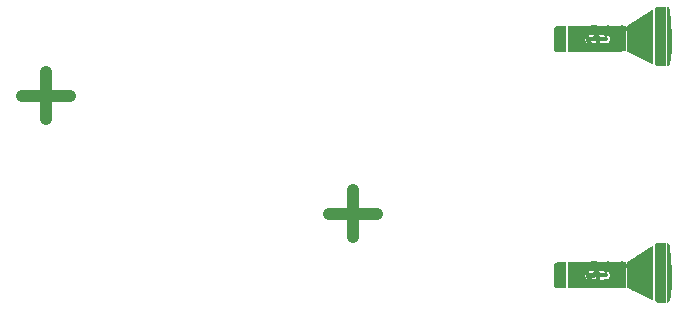
<source format=gto>
G04 #@! TF.GenerationSoftware,KiCad,Pcbnew,8.0.2-1.fc40*
G04 #@! TF.CreationDate,2024-05-26T08:13:30-07:00*
G04 #@! TF.ProjectId,busicard-top,62757369-6361-4726-942d-746f702e6b69,rev?*
G04 #@! TF.SameCoordinates,Original*
G04 #@! TF.FileFunction,Legend,Top*
G04 #@! TF.FilePolarity,Positive*
%FSLAX46Y46*%
G04 Gerber Fmt 4.6, Leading zero omitted, Abs format (unit mm)*
G04 Created by KiCad (PCBNEW 8.0.2-1.fc40) date 2024-05-26 08:13:30*
%MOMM*%
%LPD*%
G01*
G04 APERTURE LIST*
%ADD10C,1.000000*%
%ADD11C,0.300000*%
%ADD12C,0.000000*%
G04 APERTURE END LIST*
D10*
X173000000Y-105000000D02*
X169000000Y-105000000D01*
X147000000Y-95000000D02*
X143000000Y-95000000D01*
X145000000Y-93000000D02*
X145000000Y-97000000D01*
X171000000Y-103000000D02*
X171000000Y-107000000D01*
D11*
X191676873Y-109252757D02*
X191533854Y-109181653D01*
X191533854Y-109181653D02*
X191319569Y-109182139D01*
X191319569Y-109182139D02*
X191105446Y-109254053D01*
X191105446Y-109254053D02*
X190962913Y-109397234D01*
X190962913Y-109397234D02*
X190891809Y-109540253D01*
X190891809Y-109540253D02*
X190821029Y-109826129D01*
X190821029Y-109826129D02*
X190821515Y-110040414D01*
X190821515Y-110040414D02*
X190893592Y-110325965D01*
X190893592Y-110325965D02*
X190965344Y-110468660D01*
X190965344Y-110468660D02*
X191108525Y-110611193D01*
X191108525Y-110611193D02*
X191322972Y-110682135D01*
X191322972Y-110682135D02*
X191465829Y-110681811D01*
X191465829Y-110681811D02*
X191679952Y-110609896D01*
X191679952Y-110609896D02*
X191751218Y-110538306D01*
X191751218Y-110538306D02*
X191750084Y-110038307D01*
X191750084Y-110038307D02*
X191464370Y-110038955D01*
X192605280Y-109179222D02*
X192606090Y-109536363D01*
X192248624Y-109394317D02*
X192606090Y-109536363D01*
X192606090Y-109536363D02*
X192962908Y-109392696D01*
X192392453Y-109822563D02*
X192606090Y-109536363D01*
X192606090Y-109536363D02*
X192821024Y-109821591D01*
X193748134Y-109176628D02*
X193748944Y-109533770D01*
X193391478Y-109391724D02*
X193748944Y-109533770D01*
X193748944Y-109533770D02*
X194105762Y-109390103D01*
X193535307Y-109819970D02*
X193748944Y-109533770D01*
X193748944Y-109533770D02*
X193963878Y-109818998D01*
X194890988Y-109174035D02*
X194891798Y-109531177D01*
X194534332Y-109389131D02*
X194891798Y-109531177D01*
X194891798Y-109531177D02*
X195248616Y-109387510D01*
X194678161Y-109817377D02*
X194891798Y-109531177D01*
X194891798Y-109531177D02*
X195106732Y-109816405D01*
X191676873Y-89252757D02*
X191533854Y-89181653D01*
X191533854Y-89181653D02*
X191319569Y-89182139D01*
X191319569Y-89182139D02*
X191105446Y-89254053D01*
X191105446Y-89254053D02*
X190962913Y-89397234D01*
X190962913Y-89397234D02*
X190891809Y-89540253D01*
X190891809Y-89540253D02*
X190821029Y-89826129D01*
X190821029Y-89826129D02*
X190821515Y-90040414D01*
X190821515Y-90040414D02*
X190893592Y-90325965D01*
X190893592Y-90325965D02*
X190965344Y-90468660D01*
X190965344Y-90468660D02*
X191108525Y-90611193D01*
X191108525Y-90611193D02*
X191322972Y-90682135D01*
X191322972Y-90682135D02*
X191465829Y-90681811D01*
X191465829Y-90681811D02*
X191679952Y-90609896D01*
X191679952Y-90609896D02*
X191751218Y-90538306D01*
X191751218Y-90538306D02*
X191750084Y-90038307D01*
X191750084Y-90038307D02*
X191464370Y-90038955D01*
X192605280Y-89179222D02*
X192606090Y-89536363D01*
X192248624Y-89394317D02*
X192606090Y-89536363D01*
X192606090Y-89536363D02*
X192962908Y-89392696D01*
X192392453Y-89822563D02*
X192606090Y-89536363D01*
X192606090Y-89536363D02*
X192821024Y-89821591D01*
X193748134Y-89176628D02*
X193748944Y-89533770D01*
X193391478Y-89391724D02*
X193748944Y-89533770D01*
X193748944Y-89533770D02*
X194105762Y-89390103D01*
X193535307Y-89819970D02*
X193748944Y-89533770D01*
X193748944Y-89533770D02*
X193963878Y-89818998D01*
X194890988Y-89174035D02*
X194891798Y-89531177D01*
X194534332Y-89389131D02*
X194891798Y-89531177D01*
X194891798Y-89531177D02*
X195248616Y-89387510D01*
X194678161Y-89817377D02*
X194891798Y-89531177D01*
X194891798Y-89531177D02*
X195106732Y-89816405D01*
D12*
G04 #@! TO.C,G\u002A\u002A\u002A*
G36*
X192303503Y-109998212D02*
G01*
X192348706Y-109998867D01*
X192384713Y-110000179D01*
X192413000Y-110002268D01*
X192435041Y-110005250D01*
X192452314Y-110009243D01*
X192466291Y-110014366D01*
X192478450Y-110020736D01*
X192490262Y-110028472D01*
X192493309Y-110030614D01*
X192515659Y-110053568D01*
X192535347Y-110086592D01*
X192550101Y-110124664D01*
X192557650Y-110162760D01*
X192558173Y-110174056D01*
X192555671Y-110224838D01*
X192547079Y-110265426D01*
X192531088Y-110299949D01*
X192508727Y-110329887D01*
X192498845Y-110341199D01*
X192489695Y-110350834D01*
X192480038Y-110358935D01*
X192468636Y-110365644D01*
X192454254Y-110371099D01*
X192435650Y-110375445D01*
X192411591Y-110378823D01*
X192380835Y-110381375D01*
X192342147Y-110383240D01*
X192294287Y-110384561D01*
X192236019Y-110385480D01*
X192166105Y-110386138D01*
X192083306Y-110386677D01*
X192008276Y-110387110D01*
X191916248Y-110387656D01*
X191817229Y-110388263D01*
X191714451Y-110388910D01*
X191611146Y-110389577D01*
X191510550Y-110390241D01*
X191415891Y-110390883D01*
X191330405Y-110391481D01*
X191268552Y-110391931D01*
X191199544Y-110392370D01*
X191134882Y-110392642D01*
X191076200Y-110392750D01*
X191025131Y-110392698D01*
X190983308Y-110392488D01*
X190952364Y-110392124D01*
X190933934Y-110391610D01*
X190929616Y-110391242D01*
X190913122Y-110385188D01*
X190906949Y-110381308D01*
X190895445Y-110372280D01*
X190878710Y-110359580D01*
X190877353Y-110358564D01*
X190845748Y-110327127D01*
X190824351Y-110287062D01*
X190812677Y-110237108D01*
X190810063Y-110183902D01*
X190816801Y-110139494D01*
X190834199Y-110097180D01*
X190860009Y-110060092D01*
X190891984Y-110031360D01*
X190927878Y-110014119D01*
X190932780Y-110012869D01*
X190945004Y-110011726D01*
X190970842Y-110010556D01*
X191008807Y-110009391D01*
X191057417Y-110008259D01*
X191115188Y-110007189D01*
X191180636Y-110006209D01*
X191252277Y-110005348D01*
X191328627Y-110004637D01*
X191369575Y-110004337D01*
X191460959Y-110003718D01*
X191559122Y-110003035D01*
X191660849Y-110002312D01*
X191762927Y-110001572D01*
X191862145Y-110000839D01*
X191955291Y-110000135D01*
X192039150Y-109999486D01*
X192097974Y-109999016D01*
X192179613Y-109998404D01*
X192247631Y-109998097D01*
X192303503Y-109998212D01*
G37*
G36*
X189035560Y-109162108D02*
G01*
X189035711Y-109178788D01*
X189035991Y-109209057D01*
X189036387Y-109251411D01*
X189036884Y-109304343D01*
X189037469Y-109366348D01*
X189038126Y-109435920D01*
X189038842Y-109511552D01*
X189039602Y-109591741D01*
X189040303Y-109665536D01*
X189041124Y-109752768D01*
X189042048Y-109852402D01*
X189043050Y-109961748D01*
X189044107Y-110078113D01*
X189045194Y-110198805D01*
X189046287Y-110321130D01*
X189047363Y-110442396D01*
X189048394Y-110559912D01*
X189049360Y-110670985D01*
X189049656Y-110705295D01*
X189054704Y-111292165D01*
X188954921Y-111292952D01*
X188924024Y-111293222D01*
X188880494Y-111293641D01*
X188826798Y-111294184D01*
X188765399Y-111294822D01*
X188698761Y-111295534D01*
X188629350Y-111296291D01*
X188564536Y-111297013D01*
X188489375Y-111297802D01*
X188427697Y-111298278D01*
X188377888Y-111298395D01*
X188338337Y-111298104D01*
X188307433Y-111297359D01*
X188283561Y-111296112D01*
X188265112Y-111294312D01*
X188250471Y-111291916D01*
X188238028Y-111288872D01*
X188232388Y-111287177D01*
X188203969Y-111277272D01*
X188177187Y-111266428D01*
X188165540Y-111260931D01*
X188143398Y-111246310D01*
X188118247Y-111225002D01*
X188093389Y-111200418D01*
X188072130Y-111175963D01*
X188057777Y-111155049D01*
X188053889Y-111145767D01*
X188047817Y-111127160D01*
X188041934Y-111115921D01*
X188039026Y-111112329D01*
X188036366Y-111108823D01*
X188033937Y-111104741D01*
X188031725Y-111099423D01*
X188029712Y-111092209D01*
X188027885Y-111082437D01*
X188026226Y-111069446D01*
X188024718Y-111052575D01*
X188023349Y-111031164D01*
X188022100Y-111004552D01*
X188020957Y-110972078D01*
X188019902Y-110933080D01*
X188018920Y-110886898D01*
X188017998Y-110832871D01*
X188017116Y-110770339D01*
X188016260Y-110698640D01*
X188015414Y-110617112D01*
X188014563Y-110525097D01*
X188013689Y-110421932D01*
X188012779Y-110306956D01*
X188011814Y-110179510D01*
X188010781Y-110038931D01*
X188009663Y-109884559D01*
X188008480Y-109720716D01*
X188007918Y-109631883D01*
X188007677Y-109556852D01*
X188007835Y-109494331D01*
X188008475Y-109443026D01*
X188009678Y-109401644D01*
X188011522Y-109368894D01*
X188014091Y-109343481D01*
X188017462Y-109324114D01*
X188021717Y-109309500D01*
X188026937Y-109298345D01*
X188033203Y-109289357D01*
X188035532Y-109286626D01*
X188043220Y-109275246D01*
X188044228Y-109270574D01*
X188047832Y-109260745D01*
X188059871Y-109243687D01*
X188077665Y-109222384D01*
X188098535Y-109199822D01*
X188119798Y-109178987D01*
X188138776Y-109162864D01*
X188144696Y-109158680D01*
X188159558Y-109149530D01*
X188174727Y-109141725D01*
X188191490Y-109135151D01*
X188211137Y-109129697D01*
X188234954Y-109125253D01*
X188264229Y-109121708D01*
X188300252Y-109118949D01*
X188344309Y-109116866D01*
X188397690Y-109115346D01*
X188461682Y-109114280D01*
X188537572Y-109113555D01*
X188626650Y-109113060D01*
X188674692Y-109112871D01*
X189035121Y-109111570D01*
X189035560Y-109162108D01*
G37*
G36*
X197334581Y-107468742D02*
G01*
X197385733Y-107469033D01*
X197428715Y-107469493D01*
X197461788Y-107470123D01*
X197483211Y-107470923D01*
X197491226Y-107471875D01*
X197492334Y-107480242D01*
X197493467Y-107502145D01*
X197494591Y-107536025D01*
X197495672Y-107580322D01*
X197496673Y-107633477D01*
X197497561Y-107693930D01*
X197498301Y-107760121D01*
X197498696Y-107806781D01*
X197501166Y-108140435D01*
X197503538Y-108459489D01*
X197505818Y-108764435D01*
X197508007Y-109055770D01*
X197510111Y-109333989D01*
X197512134Y-109599585D01*
X197514078Y-109853056D01*
X197515949Y-110094894D01*
X197517748Y-110325595D01*
X197519482Y-110545655D01*
X197521153Y-110755568D01*
X197522765Y-110955828D01*
X197524323Y-111146931D01*
X197525830Y-111329372D01*
X197527289Y-111503646D01*
X197528705Y-111670246D01*
X197529754Y-111791882D01*
X197530791Y-111914808D01*
X197531639Y-112023456D01*
X197532293Y-112118644D01*
X197532748Y-112201189D01*
X197533000Y-112271907D01*
X197533046Y-112331617D01*
X197532879Y-112381135D01*
X197532497Y-112421279D01*
X197531896Y-112452868D01*
X197531069Y-112476717D01*
X197530014Y-112493643D01*
X197528724Y-112504465D01*
X197527198Y-112510001D01*
X197525902Y-112511174D01*
X197505767Y-112511623D01*
X197473818Y-112512078D01*
X197431875Y-112512527D01*
X197381761Y-112512964D01*
X197325298Y-112513380D01*
X197264308Y-112513767D01*
X197200611Y-112514118D01*
X197136032Y-112514423D01*
X197072389Y-112514677D01*
X197011507Y-112514868D01*
X196955207Y-112514990D01*
X196905309Y-112515036D01*
X196863638Y-112514996D01*
X196832014Y-112514863D01*
X196812259Y-112514628D01*
X196806280Y-112514372D01*
X196756487Y-112498213D01*
X196709617Y-112469162D01*
X196667811Y-112429401D01*
X196633207Y-112381117D01*
X196607948Y-112326493D01*
X196601471Y-112305385D01*
X196597707Y-112289703D01*
X196594634Y-112272614D01*
X196592165Y-112252383D01*
X196590214Y-112227275D01*
X196588697Y-112195553D01*
X196587528Y-112155483D01*
X196586621Y-112105328D01*
X196585892Y-112043351D01*
X196585325Y-111977071D01*
X196584949Y-111928522D01*
X196584461Y-111866473D01*
X196583874Y-111792516D01*
X196583201Y-111708248D01*
X196582455Y-111615264D01*
X196581648Y-111515157D01*
X196580793Y-111409524D01*
X196579904Y-111299958D01*
X196578993Y-111188055D01*
X196578072Y-111075408D01*
X196577156Y-110963614D01*
X196577141Y-110961841D01*
X196575990Y-110820589D01*
X196574749Y-110666089D01*
X196573431Y-110500184D01*
X196572051Y-110324724D01*
X196570622Y-110141555D01*
X196569159Y-109952522D01*
X196567675Y-109759474D01*
X196566186Y-109564256D01*
X196564704Y-109368715D01*
X196563244Y-109174699D01*
X196561819Y-108984054D01*
X196560444Y-108798627D01*
X196559133Y-108620262D01*
X196557900Y-108450809D01*
X196556759Y-108292115D01*
X196555724Y-108146024D01*
X196555435Y-108104855D01*
X196555040Y-108028231D01*
X196554943Y-107956244D01*
X196555126Y-107890386D01*
X196555572Y-107832151D01*
X196556268Y-107783033D01*
X196557197Y-107744524D01*
X196558343Y-107718117D01*
X196559689Y-107705305D01*
X196559696Y-107705279D01*
X196571871Y-107668715D01*
X196588817Y-107630172D01*
X196608381Y-107593620D01*
X196628410Y-107563022D01*
X196646747Y-107542345D01*
X196649317Y-107540271D01*
X196665293Y-107526973D01*
X196672390Y-107520302D01*
X196684940Y-107510755D01*
X196705096Y-107498266D01*
X196716100Y-107492150D01*
X196732701Y-107484267D01*
X196749898Y-107478924D01*
X196771345Y-107475539D01*
X196800693Y-107473527D01*
X196840130Y-107472337D01*
X196893980Y-107471322D01*
X196953584Y-107470467D01*
X197017201Y-107469773D01*
X197083092Y-107469239D01*
X197149516Y-107468868D01*
X197214732Y-107468661D01*
X197277000Y-107468618D01*
X197334581Y-107468742D01*
G37*
G36*
X197604561Y-107468517D02*
G01*
X197633283Y-107475389D01*
X197657214Y-107484972D01*
X197683410Y-107500309D01*
X197693167Y-107506757D01*
X197713940Y-107522505D01*
X197734769Y-107541134D01*
X197752288Y-107559273D01*
X197763134Y-107573554D01*
X197765039Y-107578730D01*
X197769574Y-107587772D01*
X197776636Y-107596607D01*
X197787479Y-107613319D01*
X197791181Y-107623587D01*
X197795971Y-107639423D01*
X197804250Y-107661314D01*
X197806942Y-107667766D01*
X197812561Y-107686744D01*
X197818675Y-107717073D01*
X197824641Y-107755054D01*
X197829816Y-107796986D01*
X197830505Y-107803583D01*
X197835606Y-107853201D01*
X197839763Y-107892001D01*
X197843466Y-107924188D01*
X197847205Y-107953975D01*
X197851473Y-107985569D01*
X197852958Y-107996235D01*
X197855413Y-108017656D01*
X197858150Y-108047328D01*
X197860334Y-108075475D01*
X197867066Y-108152592D01*
X197875824Y-108222633D01*
X197878524Y-108244892D01*
X197881578Y-108274541D01*
X197883547Y-108296211D01*
X197889476Y-108365500D01*
X197894730Y-108425650D01*
X197899057Y-108473764D01*
X197899212Y-108475448D01*
X197901705Y-108503616D01*
X197904650Y-108538387D01*
X197906906Y-108566010D01*
X197911218Y-108616962D01*
X197915759Y-108665468D01*
X197920055Y-108706594D01*
X197922168Y-108724490D01*
X197923978Y-108742026D01*
X197926421Y-108769828D01*
X197929083Y-108803101D01*
X197930262Y-108818826D01*
X197933738Y-108866263D01*
X197936358Y-108901767D01*
X197938362Y-108928462D01*
X197939992Y-108949472D01*
X197941488Y-108967918D01*
X197943092Y-108986928D01*
X197944536Y-109003727D01*
X197947172Y-109036621D01*
X197950131Y-109077159D01*
X197952877Y-109117911D01*
X197953530Y-109128254D01*
X197955964Y-109166326D01*
X197958560Y-109204880D01*
X197960862Y-109237221D01*
X197961468Y-109245234D01*
X197962853Y-109265416D01*
X197964753Y-109296267D01*
X197967016Y-109334958D01*
X197969488Y-109378666D01*
X197972014Y-109424561D01*
X197974443Y-109469819D01*
X197976621Y-109511610D01*
X197978392Y-109547110D01*
X197979606Y-109573493D01*
X197980108Y-109587928D01*
X197980112Y-109588640D01*
X197980402Y-109598999D01*
X197981216Y-109622308D01*
X197982472Y-109656432D01*
X197984094Y-109699236D01*
X197985999Y-109748585D01*
X197987867Y-109796201D01*
X197990165Y-109861849D01*
X197992265Y-109936463D01*
X197994155Y-110018346D01*
X197995824Y-110105799D01*
X197997259Y-110197126D01*
X197998448Y-110290629D01*
X197999382Y-110384609D01*
X198000046Y-110477370D01*
X198000430Y-110567216D01*
X198000522Y-110652446D01*
X198000310Y-110731365D01*
X197999782Y-110802274D01*
X197998927Y-110863476D01*
X197997733Y-110913275D01*
X197996188Y-110949970D01*
X197995885Y-110954848D01*
X197994256Y-110982045D01*
X197992253Y-111019315D01*
X197990136Y-111061648D01*
X197988252Y-111102058D01*
X197986327Y-111141397D01*
X197984260Y-111177366D01*
X197982293Y-111206152D01*
X197980664Y-111223942D01*
X197980565Y-111224709D01*
X197978892Y-111242260D01*
X197976945Y-111270616D01*
X197974993Y-111305492D01*
X197973654Y-111334175D01*
X197970626Y-111392868D01*
X197966895Y-111444751D01*
X197962696Y-111487011D01*
X197958509Y-111515560D01*
X197956857Y-111529042D01*
X197954676Y-111553321D01*
X197952336Y-111584126D01*
X197951335Y-111598873D01*
X197949025Y-111630812D01*
X197946662Y-111657742D01*
X197944622Y-111675573D01*
X197943896Y-111679604D01*
X197941654Y-111692941D01*
X197938866Y-111715733D01*
X197936786Y-111736232D01*
X197933883Y-111764245D01*
X197930818Y-111788755D01*
X197928981Y-111800411D01*
X197924056Y-111827041D01*
X197920435Y-111849598D01*
X197916989Y-111875514D01*
X197914682Y-111894533D01*
X197911219Y-111921620D01*
X197907894Y-111944451D01*
X197906050Y-111954939D01*
X197902164Y-111974998D01*
X197899690Y-111989185D01*
X197895466Y-112012526D01*
X197892622Y-112026641D01*
X197888879Y-112046548D01*
X197884815Y-112071432D01*
X197884199Y-112075564D01*
X197880848Y-112095588D01*
X197877958Y-112108315D01*
X197877347Y-112109849D01*
X197874406Y-112120564D01*
X197870217Y-112143898D01*
X197865147Y-112177464D01*
X197859561Y-112218870D01*
X197854993Y-112255809D01*
X197847667Y-112292758D01*
X197835127Y-112332912D01*
X197819716Y-112369575D01*
X197808073Y-112390165D01*
X197789756Y-112415294D01*
X197771481Y-112436933D01*
X197756042Y-112452028D01*
X197746403Y-112457528D01*
X197738696Y-112463002D01*
X197738384Y-112465095D01*
X197732286Y-112471805D01*
X197727078Y-112472669D01*
X197717033Y-112476132D01*
X197715771Y-112479048D01*
X197709075Y-112485878D01*
X197692099Y-112493312D01*
X197669554Y-112500160D01*
X197646147Y-112505229D01*
X197626591Y-112507328D01*
X197615592Y-112505268D01*
X197614979Y-112504539D01*
X197614332Y-112496147D01*
X197613699Y-112474194D01*
X197613094Y-112440221D01*
X197612535Y-112395763D01*
X197612039Y-112342357D01*
X197611624Y-112281540D01*
X197611306Y-112214852D01*
X197611138Y-112159677D01*
X197611003Y-112111826D01*
X197610807Y-112058233D01*
X197610546Y-111998419D01*
X197610217Y-111931910D01*
X197609817Y-111858230D01*
X197609343Y-111776903D01*
X197608790Y-111687454D01*
X197608155Y-111589407D01*
X197607435Y-111482285D01*
X197606627Y-111365612D01*
X197605729Y-111238915D01*
X197604735Y-111101716D01*
X197603642Y-110953539D01*
X197602448Y-110793908D01*
X197601149Y-110622350D01*
X197599741Y-110438386D01*
X197598222Y-110241541D01*
X197596587Y-110031340D01*
X197594835Y-109807306D01*
X197592959Y-109568965D01*
X197591662Y-109404587D01*
X197590716Y-109284979D01*
X197589679Y-109153546D01*
X197588575Y-109013451D01*
X197587429Y-108867860D01*
X197586265Y-108719934D01*
X197585109Y-108572839D01*
X197583985Y-108429738D01*
X197582919Y-108293796D01*
X197581935Y-108168176D01*
X197581473Y-108109234D01*
X197576417Y-107463023D01*
X197604561Y-107468517D01*
G37*
G36*
X193975111Y-109074649D02*
G01*
X194022052Y-109075445D01*
X194055129Y-109076792D01*
X194073897Y-109078680D01*
X194078314Y-109080434D01*
X194078887Y-109091778D01*
X194079506Y-109116912D01*
X194080165Y-109154808D01*
X194080859Y-109204439D01*
X194081580Y-109264775D01*
X194082322Y-109334788D01*
X194083081Y-109413450D01*
X194083849Y-109499734D01*
X194084620Y-109592610D01*
X194085389Y-109691051D01*
X194086148Y-109794028D01*
X194086893Y-109900513D01*
X194087616Y-110009478D01*
X194088313Y-110119895D01*
X194088975Y-110230735D01*
X194089598Y-110340970D01*
X194090176Y-110449573D01*
X194090702Y-110555513D01*
X194091169Y-110657765D01*
X194091574Y-110755298D01*
X194091907Y-110847087D01*
X194092164Y-110932100D01*
X194092338Y-111009311D01*
X194092424Y-111077692D01*
X194092415Y-111136214D01*
X194092305Y-111183850D01*
X194092088Y-111219569D01*
X194091759Y-111242345D01*
X194091309Y-111251150D01*
X194091261Y-111251222D01*
X194082084Y-111251510D01*
X194058581Y-111251907D01*
X194021518Y-111252405D01*
X193971664Y-111252999D01*
X193909789Y-111253678D01*
X193836658Y-111254437D01*
X193753043Y-111255269D01*
X193659711Y-111256165D01*
X193557430Y-111257119D01*
X193446968Y-111258125D01*
X193329095Y-111259174D01*
X193204579Y-111260258D01*
X193074188Y-111261371D01*
X192938690Y-111262506D01*
X192798856Y-111263656D01*
X192655451Y-111264812D01*
X192644325Y-111264900D01*
X192524837Y-111265859D01*
X192400182Y-111266873D01*
X192272423Y-111267922D01*
X192143623Y-111268990D01*
X192015844Y-111270060D01*
X191891149Y-111271114D01*
X191771601Y-111272134D01*
X191659263Y-111273104D01*
X191556196Y-111274005D01*
X191464464Y-111274821D01*
X191398878Y-111275417D01*
X191252221Y-111276747D01*
X191105061Y-111278051D01*
X190958173Y-111279320D01*
X190812332Y-111280552D01*
X190668310Y-111281741D01*
X190526884Y-111282880D01*
X190388828Y-111283965D01*
X190254914Y-111284990D01*
X190125920Y-111285949D01*
X190002619Y-111286839D01*
X189885786Y-111287652D01*
X189776193Y-111288384D01*
X189674617Y-111289029D01*
X189581831Y-111289583D01*
X189498611Y-111290039D01*
X189425730Y-111290392D01*
X189363962Y-111290637D01*
X189314083Y-111290768D01*
X189276867Y-111290781D01*
X189253089Y-111290669D01*
X189243522Y-111290427D01*
X189243360Y-111290382D01*
X189243223Y-111282638D01*
X189242981Y-111260941D01*
X189242645Y-111226433D01*
X189242224Y-111180259D01*
X189241730Y-111123562D01*
X189241169Y-111057483D01*
X189240553Y-110983167D01*
X189239892Y-110901757D01*
X189239195Y-110814395D01*
X189238473Y-110722224D01*
X189238236Y-110691657D01*
X189237380Y-110581256D01*
X189236455Y-110462620D01*
X189235484Y-110338548D01*
X189234489Y-110211837D01*
X189234356Y-110194905D01*
X189234330Y-110191666D01*
X190662062Y-110191666D01*
X190662301Y-110229926D01*
X190662892Y-110242513D01*
X190672848Y-110318400D01*
X190692564Y-110386173D01*
X190721303Y-110444781D01*
X190758326Y-110493168D01*
X190802897Y-110530280D01*
X190854276Y-110555064D01*
X190887466Y-110563474D01*
X190899619Y-110564221D01*
X190926241Y-110564810D01*
X190966707Y-110565242D01*
X191020390Y-110565520D01*
X191086663Y-110565644D01*
X191164903Y-110565617D01*
X191254479Y-110565441D01*
X191354768Y-110565118D01*
X191465143Y-110564650D01*
X191584977Y-110564039D01*
X191713646Y-110563286D01*
X191850521Y-110562394D01*
X191994978Y-110561364D01*
X192146390Y-110560198D01*
X192265309Y-110559226D01*
X192324107Y-110558517D01*
X192378714Y-110557446D01*
X192427113Y-110556084D01*
X192467289Y-110554504D01*
X192497227Y-110552776D01*
X192514912Y-110550974D01*
X192518157Y-110550228D01*
X192537621Y-110543771D01*
X192549884Y-110540553D01*
X192579768Y-110527773D01*
X192611148Y-110502774D01*
X192642143Y-110468049D01*
X192670876Y-110426096D01*
X192695468Y-110379409D01*
X192714040Y-110330483D01*
X192717643Y-110317731D01*
X192723205Y-110285967D01*
X192726666Y-110244353D01*
X192728033Y-110197491D01*
X192727318Y-110149980D01*
X192724524Y-110106422D01*
X192719662Y-110071416D01*
X192717195Y-110061028D01*
X192710128Y-110035781D01*
X192704464Y-110015082D01*
X192702246Y-110006630D01*
X192689144Y-109975131D01*
X192666021Y-109939939D01*
X192635958Y-109904857D01*
X192602039Y-109873690D01*
X192583442Y-109859984D01*
X192572311Y-109852678D01*
X192561519Y-109846330D01*
X192549986Y-109840883D01*
X192536631Y-109836279D01*
X192520376Y-109832461D01*
X192500139Y-109829371D01*
X192474838Y-109826952D01*
X192443396Y-109825146D01*
X192404731Y-109823898D01*
X192357762Y-109823149D01*
X192301410Y-109822841D01*
X192234594Y-109822916D01*
X192156235Y-109823320D01*
X192065250Y-109823992D01*
X191960561Y-109824877D01*
X191927744Y-109825162D01*
X191830278Y-109825994D01*
X191731250Y-109826804D01*
X191632638Y-109827578D01*
X191536429Y-109828302D01*
X191444602Y-109828963D01*
X191359140Y-109829546D01*
X191282027Y-109830036D01*
X191215246Y-109830419D01*
X191160777Y-109830683D01*
X191142732Y-109830752D01*
X191067012Y-109831165D01*
X191004610Y-109832068D01*
X190953749Y-109833809D01*
X190912649Y-109836739D01*
X190879533Y-109841207D01*
X190852625Y-109847561D01*
X190830143Y-109856152D01*
X190810312Y-109867328D01*
X190791354Y-109881440D01*
X190771490Y-109898835D01*
X190764805Y-109905010D01*
X190740215Y-109930934D01*
X190717480Y-109960251D01*
X190699316Y-109988944D01*
X190688444Y-110012996D01*
X190686753Y-110020346D01*
X190682808Y-110029438D01*
X190681417Y-110031748D01*
X190675846Y-110047726D01*
X190670813Y-110075254D01*
X190666630Y-110110785D01*
X190663609Y-110150770D01*
X190662062Y-110191666D01*
X189234330Y-110191666D01*
X189233492Y-110085285D01*
X189232513Y-109961689D01*
X189231578Y-109843848D01*
X189230706Y-109734559D01*
X189229920Y-109636619D01*
X189229676Y-109606470D01*
X189229079Y-109521976D01*
X189228675Y-109442002D01*
X189228462Y-109367816D01*
X189228437Y-109300686D01*
X189228593Y-109241878D01*
X189228929Y-109192661D01*
X189229437Y-109154302D01*
X189230117Y-109128067D01*
X189230962Y-109115226D01*
X189231290Y-109114134D01*
X189239997Y-109113341D01*
X189263430Y-109112481D01*
X189301219Y-109111557D01*
X189352992Y-109110576D01*
X189418379Y-109109537D01*
X189497011Y-109108449D01*
X189588516Y-109107312D01*
X189692524Y-109106133D01*
X189808665Y-109104915D01*
X189936567Y-109103660D01*
X190075861Y-109102374D01*
X190226176Y-109101061D01*
X190387142Y-109099725D01*
X190558387Y-109098369D01*
X190739541Y-109096997D01*
X190930236Y-109095614D01*
X191027837Y-109094927D01*
X191182654Y-109093848D01*
X191341172Y-109092738D01*
X191502467Y-109091606D01*
X191665614Y-109090458D01*
X191829689Y-109089300D01*
X191993768Y-109088140D01*
X192156926Y-109086983D01*
X192318240Y-109085836D01*
X192476784Y-109084706D01*
X192631634Y-109083598D01*
X192781867Y-109082523D01*
X192926557Y-109081483D01*
X193064780Y-109080487D01*
X193195611Y-109079541D01*
X193318128Y-109078651D01*
X193431405Y-109077825D01*
X193534517Y-109077069D01*
X193626541Y-109076389D01*
X193706552Y-109075793D01*
X193773625Y-109075285D01*
X193826837Y-109074875D01*
X193841426Y-109074759D01*
X193914754Y-109074418D01*
X193975111Y-109074649D01*
G37*
G36*
X196382600Y-107708532D02*
G01*
X196383653Y-107730252D01*
X196384732Y-107763865D01*
X196385801Y-107807769D01*
X196386820Y-107860364D01*
X196387755Y-107920048D01*
X196388568Y-107985220D01*
X196388887Y-108016236D01*
X196389599Y-108086954D01*
X196390488Y-108169797D01*
X196391519Y-108261790D01*
X196392658Y-108359965D01*
X196393867Y-108461349D01*
X196395113Y-108562970D01*
X196396362Y-108661856D01*
X196397577Y-108755039D01*
X196397669Y-108761917D01*
X196398877Y-108853325D01*
X196400136Y-108949687D01*
X196401406Y-109048192D01*
X196402655Y-109146033D01*
X196403845Y-109240402D01*
X196404942Y-109328489D01*
X196405910Y-109407486D01*
X196406713Y-109474583D01*
X196406809Y-109482759D01*
X196407552Y-109545280D01*
X196408462Y-109620341D01*
X196409508Y-109705388D01*
X196410659Y-109797864D01*
X196411881Y-109895214D01*
X196413143Y-109994884D01*
X196414413Y-110094318D01*
X196415658Y-110190961D01*
X196416312Y-110241343D01*
X196417532Y-110335736D01*
X196418786Y-110434574D01*
X196420046Y-110535260D01*
X196421279Y-110635197D01*
X196422453Y-110731790D01*
X196423538Y-110822440D01*
X196424500Y-110904553D01*
X196425308Y-110975532D01*
X196425661Y-111007475D01*
X196426332Y-111068127D01*
X196427166Y-111141571D01*
X196428133Y-111225507D01*
X196429209Y-111317634D01*
X196430366Y-111415648D01*
X196431574Y-111517249D01*
X196432810Y-111620135D01*
X196434044Y-111722004D01*
X196435251Y-111820552D01*
X196435346Y-111828332D01*
X196436385Y-111915964D01*
X196437291Y-111999026D01*
X196438058Y-112076310D01*
X196438674Y-112146604D01*
X196439134Y-112208703D01*
X196439429Y-112261393D01*
X196439549Y-112303468D01*
X196439488Y-112333718D01*
X196439236Y-112350935D01*
X196438940Y-112354582D01*
X196431290Y-112351130D01*
X196414522Y-112342442D01*
X196398261Y-112333669D01*
X196369394Y-112318703D01*
X196339116Y-112304247D01*
X196326472Y-112298684D01*
X196303315Y-112287832D01*
X196284422Y-112277079D01*
X196279238Y-112273338D01*
X196269136Y-112267079D01*
X196266017Y-112268405D01*
X196261378Y-112268616D01*
X196250904Y-112260892D01*
X196240022Y-112252963D01*
X196235790Y-112253377D01*
X196231151Y-112253589D01*
X196220676Y-112245863D01*
X196209732Y-112237285D01*
X196205558Y-112236356D01*
X196199231Y-112234319D01*
X196181768Y-112226512D01*
X196155455Y-112214074D01*
X196122576Y-112198148D01*
X196085419Y-112179871D01*
X196046269Y-112160386D01*
X196007411Y-112140833D01*
X195971131Y-112122351D01*
X195939715Y-112106081D01*
X195915450Y-112093165D01*
X195900619Y-112084743D01*
X195897616Y-112082709D01*
X195889567Y-112078889D01*
X195888177Y-112080800D01*
X195883529Y-112080831D01*
X195873062Y-112073041D01*
X195862115Y-112064428D01*
X195857943Y-112063428D01*
X195851662Y-112061469D01*
X195834516Y-112053874D01*
X195809070Y-112041913D01*
X195777886Y-112026855D01*
X195743524Y-112009971D01*
X195708547Y-111992530D01*
X195675515Y-111975802D01*
X195646992Y-111961057D01*
X195625538Y-111949565D01*
X195613716Y-111942595D01*
X195612798Y-111941909D01*
X195603103Y-111936465D01*
X195601012Y-111936358D01*
X195593805Y-111933402D01*
X195575017Y-111924736D01*
X195546611Y-111911316D01*
X195510554Y-111894094D01*
X195468810Y-111874024D01*
X195423345Y-111852061D01*
X195376123Y-111829158D01*
X195329110Y-111806269D01*
X195284271Y-111784347D01*
X195243571Y-111764347D01*
X195208975Y-111747221D01*
X195182447Y-111733926D01*
X195165953Y-111725412D01*
X195162728Y-111723630D01*
X195145801Y-111714418D01*
X195119757Y-111700991D01*
X195087107Y-111684570D01*
X195050362Y-111666377D01*
X195012037Y-111647634D01*
X194974642Y-111629563D01*
X194940693Y-111613384D01*
X194912698Y-111600318D01*
X194893172Y-111591590D01*
X194884630Y-111588418D01*
X194876134Y-111583494D01*
X194875569Y-111580890D01*
X194869232Y-111574771D01*
X194860455Y-111573376D01*
X194848182Y-111570243D01*
X194845341Y-111565862D01*
X194839025Y-111559682D01*
X194830672Y-111558346D01*
X194816209Y-111554904D01*
X194811327Y-111550822D01*
X194802970Y-111544458D01*
X194785872Y-111534542D01*
X194765073Y-111523694D01*
X194745609Y-111514532D01*
X194732517Y-111509678D01*
X194731989Y-111509570D01*
X194723522Y-111505894D01*
X194707128Y-111497599D01*
X194701762Y-111494760D01*
X194658852Y-111472273D01*
X194621887Y-111453730D01*
X194592851Y-111440078D01*
X194573730Y-111432263D01*
X194567634Y-111430764D01*
X194558849Y-111425874D01*
X194558181Y-111423095D01*
X194551888Y-111416849D01*
X194543992Y-111415579D01*
X194527270Y-111410134D01*
X194520466Y-111404393D01*
X194510194Y-111396716D01*
X194505283Y-111396796D01*
X194496379Y-111394878D01*
X194490101Y-111389200D01*
X194478230Y-111379749D01*
X194472236Y-111378035D01*
X194463034Y-111374796D01*
X194442717Y-111365770D01*
X194413603Y-111352051D01*
X194378017Y-111334729D01*
X194342609Y-111317079D01*
X194221493Y-111256070D01*
X194221971Y-110892726D01*
X194222053Y-110828643D01*
X194222149Y-110751374D01*
X194222256Y-110662824D01*
X194222372Y-110564905D01*
X194222495Y-110459524D01*
X194222623Y-110348591D01*
X194222753Y-110234012D01*
X194222883Y-110117700D01*
X194223012Y-110001559D01*
X194223136Y-109887502D01*
X194223201Y-109826875D01*
X194223340Y-109724508D01*
X194223533Y-109625973D01*
X194223772Y-109532380D01*
X194224053Y-109444840D01*
X194224370Y-109364460D01*
X194224719Y-109292350D01*
X194225092Y-109229619D01*
X194225487Y-109177377D01*
X194225894Y-109136732D01*
X194226312Y-109108793D01*
X194226734Y-109094671D01*
X194226799Y-109093791D01*
X194230955Y-109072140D01*
X194241261Y-109058033D01*
X194257218Y-109047424D01*
X194273884Y-109037333D01*
X194299786Y-109021007D01*
X194331590Y-109000573D01*
X194365963Y-108978157D01*
X194371466Y-108974537D01*
X194403787Y-108953672D01*
X194432063Y-108936210D01*
X194453709Y-108923692D01*
X194466133Y-108917659D01*
X194467577Y-108917341D01*
X194476337Y-108912474D01*
X194476995Y-108909692D01*
X194483094Y-108902981D01*
X194488301Y-108902118D01*
X194498337Y-108898020D01*
X194499606Y-108894545D01*
X194505704Y-108887834D01*
X194510912Y-108886970D01*
X194520943Y-108882636D01*
X194522215Y-108878950D01*
X194526320Y-108873938D01*
X194528338Y-108874733D01*
X194537349Y-108872657D01*
X194552141Y-108862815D01*
X194556608Y-108859070D01*
X194578615Y-108842778D01*
X194601913Y-108829687D01*
X194603246Y-108829099D01*
X194619541Y-108820198D01*
X194627563Y-108812090D01*
X194627738Y-108811121D01*
X194632459Y-108805316D01*
X194634127Y-108805546D01*
X194642242Y-108802244D01*
X194660811Y-108791923D01*
X194687680Y-108775867D01*
X194720693Y-108755361D01*
X194752853Y-108734824D01*
X194795371Y-108707380D01*
X194841373Y-108677752D01*
X194888915Y-108647184D01*
X194936059Y-108616919D01*
X194980862Y-108588201D01*
X195021384Y-108562275D01*
X195055683Y-108540384D01*
X195081818Y-108523772D01*
X195097848Y-108513682D01*
X195100598Y-108511991D01*
X195112777Y-108504144D01*
X195133193Y-108490534D01*
X195157650Y-108473960D01*
X195160184Y-108472227D01*
X195183405Y-108456775D01*
X195201733Y-108445372D01*
X195211720Y-108440149D01*
X195212332Y-108440028D01*
X195220681Y-108435873D01*
X195237103Y-108425116D01*
X195253345Y-108413516D01*
X195273367Y-108399324D01*
X195288430Y-108389702D01*
X195294266Y-108387004D01*
X195302351Y-108383028D01*
X195319720Y-108372410D01*
X195343246Y-108357094D01*
X195354555Y-108349495D01*
X195379628Y-108333315D01*
X195399904Y-108321758D01*
X195412320Y-108316508D01*
X195414526Y-108316650D01*
X195418823Y-108315533D01*
X195419179Y-108312496D01*
X195425255Y-108304678D01*
X195430481Y-108303664D01*
X195440530Y-108300360D01*
X195441791Y-108297583D01*
X195447692Y-108291483D01*
X195463284Y-108279614D01*
X195485379Y-108264084D01*
X195510791Y-108247007D01*
X195536332Y-108230491D01*
X195558816Y-108216647D01*
X195575056Y-108207585D01*
X195581312Y-108205194D01*
X195589762Y-108201306D01*
X195607838Y-108190830D01*
X195632587Y-108175525D01*
X195652076Y-108163027D01*
X195675190Y-108148057D01*
X195706967Y-108127563D01*
X195745083Y-108103035D01*
X195787215Y-108075962D01*
X195831039Y-108047835D01*
X195874231Y-108020143D01*
X195914470Y-107994378D01*
X195949430Y-107972030D01*
X195976789Y-107954589D01*
X195994222Y-107943545D01*
X195996233Y-107942285D01*
X196008349Y-107934582D01*
X196029878Y-107920765D01*
X196057562Y-107902928D01*
X196082464Y-107886841D01*
X196112757Y-107867294D01*
X196139557Y-107850083D01*
X196159609Y-107837295D01*
X196168713Y-107831584D01*
X196179993Y-107824435D01*
X196201292Y-107810716D01*
X196229996Y-107792118D01*
X196263488Y-107770332D01*
X196280342Y-107759341D01*
X196314039Y-107737784D01*
X196343215Y-107719941D01*
X196365608Y-107707132D01*
X196378952Y-107700677D01*
X196381608Y-107700307D01*
X196382600Y-107708532D01*
G37*
G36*
X192303503Y-89998212D02*
G01*
X192348706Y-89998867D01*
X192384713Y-90000179D01*
X192413000Y-90002268D01*
X192435041Y-90005250D01*
X192452314Y-90009243D01*
X192466291Y-90014366D01*
X192478450Y-90020736D01*
X192490262Y-90028472D01*
X192493309Y-90030614D01*
X192515659Y-90053568D01*
X192535347Y-90086592D01*
X192550101Y-90124664D01*
X192557650Y-90162760D01*
X192558173Y-90174056D01*
X192555671Y-90224838D01*
X192547079Y-90265426D01*
X192531088Y-90299949D01*
X192508727Y-90329887D01*
X192498845Y-90341199D01*
X192489695Y-90350834D01*
X192480038Y-90358935D01*
X192468636Y-90365644D01*
X192454254Y-90371099D01*
X192435650Y-90375445D01*
X192411591Y-90378823D01*
X192380835Y-90381375D01*
X192342147Y-90383240D01*
X192294287Y-90384561D01*
X192236019Y-90385480D01*
X192166105Y-90386138D01*
X192083306Y-90386677D01*
X192008276Y-90387110D01*
X191916248Y-90387656D01*
X191817229Y-90388263D01*
X191714451Y-90388910D01*
X191611146Y-90389577D01*
X191510550Y-90390241D01*
X191415891Y-90390883D01*
X191330405Y-90391481D01*
X191268552Y-90391931D01*
X191199544Y-90392370D01*
X191134882Y-90392642D01*
X191076200Y-90392750D01*
X191025131Y-90392698D01*
X190983308Y-90392488D01*
X190952364Y-90392124D01*
X190933934Y-90391610D01*
X190929616Y-90391242D01*
X190913122Y-90385188D01*
X190906949Y-90381308D01*
X190895445Y-90372280D01*
X190878710Y-90359580D01*
X190877353Y-90358564D01*
X190845748Y-90327127D01*
X190824351Y-90287062D01*
X190812677Y-90237108D01*
X190810063Y-90183902D01*
X190816801Y-90139494D01*
X190834199Y-90097180D01*
X190860009Y-90060092D01*
X190891984Y-90031360D01*
X190927878Y-90014119D01*
X190932780Y-90012869D01*
X190945004Y-90011726D01*
X190970842Y-90010556D01*
X191008807Y-90009391D01*
X191057417Y-90008259D01*
X191115188Y-90007189D01*
X191180636Y-90006209D01*
X191252277Y-90005348D01*
X191328627Y-90004637D01*
X191369575Y-90004337D01*
X191460959Y-90003718D01*
X191559122Y-90003035D01*
X191660849Y-90002312D01*
X191762927Y-90001572D01*
X191862145Y-90000839D01*
X191955291Y-90000135D01*
X192039150Y-89999486D01*
X192097974Y-89999016D01*
X192179613Y-89998404D01*
X192247631Y-89998097D01*
X192303503Y-89998212D01*
G37*
G36*
X189035560Y-89162108D02*
G01*
X189035711Y-89178788D01*
X189035991Y-89209057D01*
X189036387Y-89251411D01*
X189036884Y-89304343D01*
X189037469Y-89366348D01*
X189038126Y-89435920D01*
X189038842Y-89511552D01*
X189039602Y-89591741D01*
X189040303Y-89665536D01*
X189041124Y-89752768D01*
X189042048Y-89852402D01*
X189043050Y-89961748D01*
X189044107Y-90078113D01*
X189045194Y-90198805D01*
X189046287Y-90321130D01*
X189047363Y-90442396D01*
X189048394Y-90559912D01*
X189049360Y-90670985D01*
X189049656Y-90705295D01*
X189054704Y-91292165D01*
X188954921Y-91292952D01*
X188924024Y-91293222D01*
X188880494Y-91293641D01*
X188826798Y-91294184D01*
X188765399Y-91294822D01*
X188698761Y-91295534D01*
X188629350Y-91296291D01*
X188564536Y-91297013D01*
X188489375Y-91297802D01*
X188427697Y-91298278D01*
X188377888Y-91298395D01*
X188338337Y-91298104D01*
X188307433Y-91297359D01*
X188283561Y-91296112D01*
X188265112Y-91294312D01*
X188250471Y-91291916D01*
X188238028Y-91288872D01*
X188232388Y-91287177D01*
X188203969Y-91277272D01*
X188177187Y-91266428D01*
X188165540Y-91260931D01*
X188143398Y-91246310D01*
X188118247Y-91225002D01*
X188093389Y-91200418D01*
X188072130Y-91175963D01*
X188057777Y-91155049D01*
X188053889Y-91145767D01*
X188047817Y-91127160D01*
X188041934Y-91115921D01*
X188039026Y-91112329D01*
X188036366Y-91108823D01*
X188033937Y-91104741D01*
X188031725Y-91099423D01*
X188029712Y-91092209D01*
X188027885Y-91082437D01*
X188026226Y-91069446D01*
X188024718Y-91052575D01*
X188023349Y-91031164D01*
X188022100Y-91004552D01*
X188020957Y-90972078D01*
X188019902Y-90933080D01*
X188018920Y-90886898D01*
X188017998Y-90832871D01*
X188017116Y-90770339D01*
X188016260Y-90698640D01*
X188015414Y-90617112D01*
X188014563Y-90525097D01*
X188013689Y-90421932D01*
X188012779Y-90306956D01*
X188011814Y-90179510D01*
X188010781Y-90038931D01*
X188009663Y-89884559D01*
X188008480Y-89720716D01*
X188007918Y-89631883D01*
X188007677Y-89556852D01*
X188007835Y-89494331D01*
X188008475Y-89443026D01*
X188009678Y-89401644D01*
X188011522Y-89368894D01*
X188014091Y-89343481D01*
X188017462Y-89324114D01*
X188021717Y-89309500D01*
X188026937Y-89298345D01*
X188033203Y-89289357D01*
X188035532Y-89286626D01*
X188043220Y-89275246D01*
X188044228Y-89270574D01*
X188047832Y-89260745D01*
X188059871Y-89243687D01*
X188077665Y-89222384D01*
X188098535Y-89199822D01*
X188119798Y-89178987D01*
X188138776Y-89162864D01*
X188144696Y-89158680D01*
X188159558Y-89149530D01*
X188174727Y-89141725D01*
X188191490Y-89135151D01*
X188211137Y-89129697D01*
X188234954Y-89125253D01*
X188264229Y-89121708D01*
X188300252Y-89118949D01*
X188344309Y-89116866D01*
X188397690Y-89115346D01*
X188461682Y-89114280D01*
X188537572Y-89113555D01*
X188626650Y-89113060D01*
X188674692Y-89112871D01*
X189035121Y-89111570D01*
X189035560Y-89162108D01*
G37*
G36*
X197334581Y-87468742D02*
G01*
X197385733Y-87469033D01*
X197428715Y-87469493D01*
X197461788Y-87470123D01*
X197483211Y-87470923D01*
X197491226Y-87471875D01*
X197492334Y-87480242D01*
X197493467Y-87502145D01*
X197494591Y-87536025D01*
X197495672Y-87580322D01*
X197496673Y-87633477D01*
X197497561Y-87693930D01*
X197498301Y-87760121D01*
X197498696Y-87806781D01*
X197501166Y-88140435D01*
X197503538Y-88459489D01*
X197505818Y-88764435D01*
X197508007Y-89055770D01*
X197510111Y-89333989D01*
X197512134Y-89599585D01*
X197514078Y-89853056D01*
X197515949Y-90094894D01*
X197517748Y-90325595D01*
X197519482Y-90545655D01*
X197521153Y-90755568D01*
X197522765Y-90955828D01*
X197524323Y-91146931D01*
X197525830Y-91329372D01*
X197527289Y-91503646D01*
X197528705Y-91670246D01*
X197529754Y-91791882D01*
X197530791Y-91914808D01*
X197531639Y-92023456D01*
X197532293Y-92118644D01*
X197532748Y-92201189D01*
X197533000Y-92271907D01*
X197533046Y-92331617D01*
X197532879Y-92381135D01*
X197532497Y-92421279D01*
X197531896Y-92452868D01*
X197531069Y-92476717D01*
X197530014Y-92493643D01*
X197528724Y-92504465D01*
X197527198Y-92510001D01*
X197525902Y-92511174D01*
X197505767Y-92511623D01*
X197473818Y-92512078D01*
X197431875Y-92512527D01*
X197381761Y-92512964D01*
X197325298Y-92513380D01*
X197264308Y-92513767D01*
X197200611Y-92514118D01*
X197136032Y-92514423D01*
X197072389Y-92514677D01*
X197011507Y-92514868D01*
X196955207Y-92514990D01*
X196905309Y-92515036D01*
X196863638Y-92514996D01*
X196832014Y-92514863D01*
X196812259Y-92514628D01*
X196806280Y-92514372D01*
X196756487Y-92498213D01*
X196709617Y-92469162D01*
X196667811Y-92429401D01*
X196633207Y-92381117D01*
X196607948Y-92326493D01*
X196601471Y-92305385D01*
X196597707Y-92289703D01*
X196594634Y-92272614D01*
X196592165Y-92252383D01*
X196590214Y-92227275D01*
X196588697Y-92195553D01*
X196587528Y-92155483D01*
X196586621Y-92105328D01*
X196585892Y-92043351D01*
X196585325Y-91977071D01*
X196584949Y-91928522D01*
X196584461Y-91866473D01*
X196583874Y-91792516D01*
X196583201Y-91708248D01*
X196582455Y-91615264D01*
X196581648Y-91515157D01*
X196580793Y-91409524D01*
X196579904Y-91299958D01*
X196578993Y-91188055D01*
X196578072Y-91075408D01*
X196577156Y-90963614D01*
X196577141Y-90961841D01*
X196575990Y-90820589D01*
X196574749Y-90666089D01*
X196573431Y-90500184D01*
X196572051Y-90324724D01*
X196570622Y-90141555D01*
X196569159Y-89952522D01*
X196567675Y-89759474D01*
X196566186Y-89564256D01*
X196564704Y-89368715D01*
X196563244Y-89174699D01*
X196561819Y-88984054D01*
X196560444Y-88798627D01*
X196559133Y-88620262D01*
X196557900Y-88450809D01*
X196556759Y-88292115D01*
X196555724Y-88146024D01*
X196555435Y-88104855D01*
X196555040Y-88028231D01*
X196554943Y-87956244D01*
X196555126Y-87890386D01*
X196555572Y-87832151D01*
X196556268Y-87783033D01*
X196557197Y-87744524D01*
X196558343Y-87718117D01*
X196559689Y-87705305D01*
X196559696Y-87705279D01*
X196571871Y-87668715D01*
X196588817Y-87630172D01*
X196608381Y-87593620D01*
X196628410Y-87563022D01*
X196646747Y-87542345D01*
X196649317Y-87540271D01*
X196665293Y-87526973D01*
X196672390Y-87520302D01*
X196684940Y-87510755D01*
X196705096Y-87498266D01*
X196716100Y-87492150D01*
X196732701Y-87484267D01*
X196749898Y-87478924D01*
X196771345Y-87475539D01*
X196800693Y-87473527D01*
X196840130Y-87472337D01*
X196893980Y-87471322D01*
X196953584Y-87470467D01*
X197017201Y-87469773D01*
X197083092Y-87469239D01*
X197149516Y-87468868D01*
X197214732Y-87468661D01*
X197277000Y-87468618D01*
X197334581Y-87468742D01*
G37*
G36*
X197604561Y-87468517D02*
G01*
X197633283Y-87475389D01*
X197657214Y-87484972D01*
X197683410Y-87500309D01*
X197693167Y-87506757D01*
X197713940Y-87522505D01*
X197734769Y-87541134D01*
X197752288Y-87559273D01*
X197763134Y-87573554D01*
X197765039Y-87578730D01*
X197769574Y-87587772D01*
X197776636Y-87596607D01*
X197787479Y-87613319D01*
X197791181Y-87623587D01*
X197795971Y-87639423D01*
X197804250Y-87661314D01*
X197806942Y-87667766D01*
X197812561Y-87686744D01*
X197818675Y-87717073D01*
X197824641Y-87755054D01*
X197829816Y-87796986D01*
X197830505Y-87803583D01*
X197835606Y-87853201D01*
X197839763Y-87892001D01*
X197843466Y-87924188D01*
X197847205Y-87953975D01*
X197851473Y-87985569D01*
X197852958Y-87996235D01*
X197855413Y-88017656D01*
X197858150Y-88047328D01*
X197860334Y-88075475D01*
X197867066Y-88152592D01*
X197875824Y-88222633D01*
X197878524Y-88244892D01*
X197881578Y-88274541D01*
X197883547Y-88296211D01*
X197889476Y-88365500D01*
X197894730Y-88425650D01*
X197899057Y-88473764D01*
X197899212Y-88475448D01*
X197901705Y-88503616D01*
X197904650Y-88538387D01*
X197906906Y-88566010D01*
X197911218Y-88616962D01*
X197915759Y-88665468D01*
X197920055Y-88706594D01*
X197922168Y-88724490D01*
X197923978Y-88742026D01*
X197926421Y-88769828D01*
X197929083Y-88803101D01*
X197930262Y-88818826D01*
X197933738Y-88866263D01*
X197936358Y-88901767D01*
X197938362Y-88928462D01*
X197939992Y-88949472D01*
X197941488Y-88967918D01*
X197943092Y-88986928D01*
X197944536Y-89003727D01*
X197947172Y-89036621D01*
X197950131Y-89077159D01*
X197952877Y-89117911D01*
X197953530Y-89128254D01*
X197955964Y-89166326D01*
X197958560Y-89204880D01*
X197960862Y-89237221D01*
X197961468Y-89245234D01*
X197962853Y-89265416D01*
X197964753Y-89296267D01*
X197967016Y-89334958D01*
X197969488Y-89378666D01*
X197972014Y-89424561D01*
X197974443Y-89469819D01*
X197976621Y-89511610D01*
X197978392Y-89547110D01*
X197979606Y-89573493D01*
X197980108Y-89587928D01*
X197980112Y-89588640D01*
X197980402Y-89598999D01*
X197981216Y-89622308D01*
X197982472Y-89656432D01*
X197984094Y-89699236D01*
X197985999Y-89748585D01*
X197987867Y-89796201D01*
X197990165Y-89861849D01*
X197992265Y-89936463D01*
X197994155Y-90018346D01*
X197995824Y-90105799D01*
X197997259Y-90197126D01*
X197998448Y-90290629D01*
X197999382Y-90384609D01*
X198000046Y-90477370D01*
X198000430Y-90567216D01*
X198000522Y-90652446D01*
X198000310Y-90731365D01*
X197999782Y-90802274D01*
X197998927Y-90863476D01*
X197997733Y-90913275D01*
X197996188Y-90949970D01*
X197995885Y-90954848D01*
X197994256Y-90982045D01*
X197992253Y-91019315D01*
X197990136Y-91061648D01*
X197988252Y-91102058D01*
X197986327Y-91141397D01*
X197984260Y-91177366D01*
X197982293Y-91206152D01*
X197980664Y-91223942D01*
X197980565Y-91224709D01*
X197978892Y-91242260D01*
X197976945Y-91270616D01*
X197974993Y-91305492D01*
X197973654Y-91334175D01*
X197970626Y-91392868D01*
X197966895Y-91444751D01*
X197962696Y-91487011D01*
X197958509Y-91515560D01*
X197956857Y-91529042D01*
X197954676Y-91553321D01*
X197952336Y-91584126D01*
X197951335Y-91598873D01*
X197949025Y-91630812D01*
X197946662Y-91657742D01*
X197944622Y-91675573D01*
X197943896Y-91679604D01*
X197941654Y-91692941D01*
X197938866Y-91715733D01*
X197936786Y-91736232D01*
X197933883Y-91764245D01*
X197930818Y-91788755D01*
X197928981Y-91800411D01*
X197924056Y-91827041D01*
X197920435Y-91849598D01*
X197916989Y-91875514D01*
X197914682Y-91894533D01*
X197911219Y-91921620D01*
X197907894Y-91944451D01*
X197906050Y-91954939D01*
X197902164Y-91974998D01*
X197899690Y-91989185D01*
X197895466Y-92012526D01*
X197892622Y-92026641D01*
X197888879Y-92046548D01*
X197884815Y-92071432D01*
X197884199Y-92075564D01*
X197880848Y-92095588D01*
X197877958Y-92108315D01*
X197877347Y-92109849D01*
X197874406Y-92120564D01*
X197870217Y-92143898D01*
X197865147Y-92177464D01*
X197859561Y-92218870D01*
X197854993Y-92255809D01*
X197847667Y-92292758D01*
X197835127Y-92332912D01*
X197819716Y-92369575D01*
X197808073Y-92390165D01*
X197789756Y-92415294D01*
X197771481Y-92436933D01*
X197756042Y-92452028D01*
X197746403Y-92457528D01*
X197738696Y-92463002D01*
X197738384Y-92465095D01*
X197732286Y-92471805D01*
X197727078Y-92472669D01*
X197717033Y-92476132D01*
X197715771Y-92479048D01*
X197709075Y-92485878D01*
X197692099Y-92493312D01*
X197669554Y-92500160D01*
X197646147Y-92505229D01*
X197626591Y-92507328D01*
X197615592Y-92505268D01*
X197614979Y-92504539D01*
X197614332Y-92496147D01*
X197613699Y-92474194D01*
X197613094Y-92440221D01*
X197612535Y-92395763D01*
X197612039Y-92342357D01*
X197611624Y-92281540D01*
X197611306Y-92214852D01*
X197611138Y-92159677D01*
X197611003Y-92111826D01*
X197610807Y-92058233D01*
X197610546Y-91998419D01*
X197610217Y-91931910D01*
X197609817Y-91858230D01*
X197609343Y-91776903D01*
X197608790Y-91687454D01*
X197608155Y-91589407D01*
X197607435Y-91482285D01*
X197606627Y-91365612D01*
X197605729Y-91238915D01*
X197604735Y-91101716D01*
X197603642Y-90953539D01*
X197602448Y-90793908D01*
X197601149Y-90622350D01*
X197599741Y-90438386D01*
X197598222Y-90241541D01*
X197596587Y-90031340D01*
X197594835Y-89807306D01*
X197592959Y-89568965D01*
X197591662Y-89404587D01*
X197590716Y-89284979D01*
X197589679Y-89153546D01*
X197588575Y-89013451D01*
X197587429Y-88867860D01*
X197586265Y-88719934D01*
X197585109Y-88572839D01*
X197583985Y-88429738D01*
X197582919Y-88293796D01*
X197581935Y-88168176D01*
X197581473Y-88109234D01*
X197576417Y-87463023D01*
X197604561Y-87468517D01*
G37*
G36*
X193975111Y-89074649D02*
G01*
X194022052Y-89075445D01*
X194055129Y-89076792D01*
X194073897Y-89078680D01*
X194078314Y-89080434D01*
X194078887Y-89091778D01*
X194079506Y-89116912D01*
X194080165Y-89154808D01*
X194080859Y-89204439D01*
X194081580Y-89264775D01*
X194082322Y-89334788D01*
X194083081Y-89413450D01*
X194083849Y-89499734D01*
X194084620Y-89592610D01*
X194085389Y-89691051D01*
X194086148Y-89794028D01*
X194086893Y-89900513D01*
X194087616Y-90009478D01*
X194088313Y-90119895D01*
X194088975Y-90230735D01*
X194089598Y-90340970D01*
X194090176Y-90449573D01*
X194090702Y-90555513D01*
X194091169Y-90657765D01*
X194091574Y-90755298D01*
X194091907Y-90847087D01*
X194092164Y-90932100D01*
X194092338Y-91009311D01*
X194092424Y-91077692D01*
X194092415Y-91136214D01*
X194092305Y-91183850D01*
X194092088Y-91219569D01*
X194091759Y-91242345D01*
X194091309Y-91251150D01*
X194091261Y-91251222D01*
X194082084Y-91251510D01*
X194058581Y-91251907D01*
X194021518Y-91252405D01*
X193971664Y-91252999D01*
X193909789Y-91253678D01*
X193836658Y-91254437D01*
X193753043Y-91255269D01*
X193659711Y-91256165D01*
X193557430Y-91257119D01*
X193446968Y-91258125D01*
X193329095Y-91259174D01*
X193204579Y-91260258D01*
X193074188Y-91261371D01*
X192938690Y-91262506D01*
X192798856Y-91263656D01*
X192655451Y-91264812D01*
X192644325Y-91264900D01*
X192524837Y-91265859D01*
X192400182Y-91266873D01*
X192272423Y-91267922D01*
X192143623Y-91268990D01*
X192015844Y-91270060D01*
X191891149Y-91271114D01*
X191771601Y-91272134D01*
X191659263Y-91273104D01*
X191556196Y-91274005D01*
X191464464Y-91274821D01*
X191398878Y-91275417D01*
X191252221Y-91276747D01*
X191105061Y-91278051D01*
X190958173Y-91279320D01*
X190812332Y-91280552D01*
X190668310Y-91281741D01*
X190526884Y-91282880D01*
X190388828Y-91283965D01*
X190254914Y-91284990D01*
X190125920Y-91285949D01*
X190002619Y-91286839D01*
X189885786Y-91287652D01*
X189776193Y-91288384D01*
X189674617Y-91289029D01*
X189581831Y-91289583D01*
X189498611Y-91290039D01*
X189425730Y-91290392D01*
X189363962Y-91290637D01*
X189314083Y-91290768D01*
X189276867Y-91290781D01*
X189253089Y-91290669D01*
X189243522Y-91290427D01*
X189243360Y-91290382D01*
X189243223Y-91282638D01*
X189242981Y-91260941D01*
X189242645Y-91226433D01*
X189242224Y-91180259D01*
X189241730Y-91123562D01*
X189241169Y-91057483D01*
X189240553Y-90983167D01*
X189239892Y-90901757D01*
X189239195Y-90814395D01*
X189238473Y-90722224D01*
X189238236Y-90691657D01*
X189237380Y-90581256D01*
X189236455Y-90462620D01*
X189235484Y-90338548D01*
X189234489Y-90211837D01*
X189234356Y-90194905D01*
X189234330Y-90191666D01*
X190662062Y-90191666D01*
X190662301Y-90229926D01*
X190662892Y-90242513D01*
X190672848Y-90318400D01*
X190692564Y-90386173D01*
X190721303Y-90444781D01*
X190758326Y-90493168D01*
X190802897Y-90530280D01*
X190854276Y-90555064D01*
X190887466Y-90563474D01*
X190899619Y-90564221D01*
X190926241Y-90564810D01*
X190966707Y-90565242D01*
X191020390Y-90565520D01*
X191086663Y-90565644D01*
X191164903Y-90565617D01*
X191254479Y-90565441D01*
X191354768Y-90565118D01*
X191465143Y-90564650D01*
X191584977Y-90564039D01*
X191713646Y-90563286D01*
X191850521Y-90562394D01*
X191994978Y-90561364D01*
X192146390Y-90560198D01*
X192265309Y-90559226D01*
X192324107Y-90558517D01*
X192378714Y-90557446D01*
X192427113Y-90556084D01*
X192467289Y-90554504D01*
X192497227Y-90552776D01*
X192514912Y-90550974D01*
X192518157Y-90550228D01*
X192537621Y-90543771D01*
X192549884Y-90540553D01*
X192579768Y-90527773D01*
X192611148Y-90502774D01*
X192642143Y-90468049D01*
X192670876Y-90426096D01*
X192695468Y-90379409D01*
X192714040Y-90330483D01*
X192717643Y-90317731D01*
X192723205Y-90285967D01*
X192726666Y-90244353D01*
X192728033Y-90197491D01*
X192727318Y-90149980D01*
X192724524Y-90106422D01*
X192719662Y-90071416D01*
X192717195Y-90061028D01*
X192710128Y-90035781D01*
X192704464Y-90015082D01*
X192702246Y-90006630D01*
X192689144Y-89975131D01*
X192666021Y-89939939D01*
X192635958Y-89904857D01*
X192602039Y-89873690D01*
X192583442Y-89859984D01*
X192572311Y-89852678D01*
X192561519Y-89846330D01*
X192549986Y-89840883D01*
X192536631Y-89836279D01*
X192520376Y-89832461D01*
X192500139Y-89829371D01*
X192474838Y-89826952D01*
X192443396Y-89825146D01*
X192404731Y-89823898D01*
X192357762Y-89823149D01*
X192301410Y-89822841D01*
X192234594Y-89822916D01*
X192156235Y-89823320D01*
X192065250Y-89823992D01*
X191960561Y-89824877D01*
X191927744Y-89825162D01*
X191830278Y-89825994D01*
X191731250Y-89826804D01*
X191632638Y-89827578D01*
X191536429Y-89828302D01*
X191444602Y-89828963D01*
X191359140Y-89829546D01*
X191282027Y-89830036D01*
X191215246Y-89830419D01*
X191160777Y-89830683D01*
X191142732Y-89830752D01*
X191067012Y-89831165D01*
X191004610Y-89832068D01*
X190953749Y-89833809D01*
X190912649Y-89836739D01*
X190879533Y-89841207D01*
X190852625Y-89847561D01*
X190830143Y-89856152D01*
X190810312Y-89867328D01*
X190791354Y-89881440D01*
X190771490Y-89898835D01*
X190764805Y-89905010D01*
X190740215Y-89930934D01*
X190717480Y-89960251D01*
X190699316Y-89988944D01*
X190688444Y-90012996D01*
X190686753Y-90020346D01*
X190682808Y-90029438D01*
X190681417Y-90031748D01*
X190675846Y-90047726D01*
X190670813Y-90075254D01*
X190666630Y-90110785D01*
X190663609Y-90150770D01*
X190662062Y-90191666D01*
X189234330Y-90191666D01*
X189233492Y-90085285D01*
X189232513Y-89961689D01*
X189231578Y-89843848D01*
X189230706Y-89734559D01*
X189229920Y-89636619D01*
X189229676Y-89606470D01*
X189229079Y-89521976D01*
X189228675Y-89442002D01*
X189228462Y-89367816D01*
X189228437Y-89300686D01*
X189228593Y-89241878D01*
X189228929Y-89192661D01*
X189229437Y-89154302D01*
X189230117Y-89128067D01*
X189230962Y-89115226D01*
X189231290Y-89114134D01*
X189239997Y-89113341D01*
X189263430Y-89112481D01*
X189301219Y-89111557D01*
X189352992Y-89110576D01*
X189418379Y-89109537D01*
X189497011Y-89108449D01*
X189588516Y-89107312D01*
X189692524Y-89106133D01*
X189808665Y-89104915D01*
X189936567Y-89103660D01*
X190075861Y-89102374D01*
X190226176Y-89101061D01*
X190387142Y-89099725D01*
X190558387Y-89098369D01*
X190739541Y-89096997D01*
X190930236Y-89095614D01*
X191027837Y-89094927D01*
X191182654Y-89093848D01*
X191341172Y-89092738D01*
X191502467Y-89091606D01*
X191665614Y-89090458D01*
X191829689Y-89089300D01*
X191993768Y-89088140D01*
X192156926Y-89086983D01*
X192318240Y-89085836D01*
X192476784Y-89084706D01*
X192631634Y-89083598D01*
X192781867Y-89082523D01*
X192926557Y-89081483D01*
X193064780Y-89080487D01*
X193195611Y-89079541D01*
X193318128Y-89078651D01*
X193431405Y-89077825D01*
X193534517Y-89077069D01*
X193626541Y-89076389D01*
X193706552Y-89075793D01*
X193773625Y-89075285D01*
X193826837Y-89074875D01*
X193841426Y-89074759D01*
X193914754Y-89074418D01*
X193975111Y-89074649D01*
G37*
G36*
X196382600Y-87708532D02*
G01*
X196383653Y-87730252D01*
X196384732Y-87763865D01*
X196385801Y-87807769D01*
X196386820Y-87860364D01*
X196387755Y-87920048D01*
X196388568Y-87985220D01*
X196388887Y-88016236D01*
X196389599Y-88086954D01*
X196390488Y-88169797D01*
X196391519Y-88261790D01*
X196392658Y-88359965D01*
X196393867Y-88461349D01*
X196395113Y-88562970D01*
X196396362Y-88661856D01*
X196397577Y-88755039D01*
X196397669Y-88761917D01*
X196398877Y-88853325D01*
X196400136Y-88949687D01*
X196401406Y-89048192D01*
X196402655Y-89146033D01*
X196403845Y-89240402D01*
X196404942Y-89328489D01*
X196405910Y-89407486D01*
X196406713Y-89474583D01*
X196406809Y-89482759D01*
X196407552Y-89545280D01*
X196408462Y-89620341D01*
X196409508Y-89705388D01*
X196410659Y-89797864D01*
X196411881Y-89895214D01*
X196413143Y-89994884D01*
X196414413Y-90094318D01*
X196415658Y-90190961D01*
X196416312Y-90241343D01*
X196417532Y-90335736D01*
X196418786Y-90434574D01*
X196420046Y-90535260D01*
X196421279Y-90635197D01*
X196422453Y-90731790D01*
X196423538Y-90822440D01*
X196424500Y-90904553D01*
X196425308Y-90975532D01*
X196425661Y-91007475D01*
X196426332Y-91068127D01*
X196427166Y-91141571D01*
X196428133Y-91225507D01*
X196429209Y-91317634D01*
X196430366Y-91415648D01*
X196431574Y-91517249D01*
X196432810Y-91620135D01*
X196434044Y-91722004D01*
X196435251Y-91820552D01*
X196435346Y-91828332D01*
X196436385Y-91915964D01*
X196437291Y-91999026D01*
X196438058Y-92076310D01*
X196438674Y-92146604D01*
X196439134Y-92208703D01*
X196439429Y-92261393D01*
X196439549Y-92303468D01*
X196439488Y-92333718D01*
X196439236Y-92350935D01*
X196438940Y-92354582D01*
X196431290Y-92351130D01*
X196414522Y-92342442D01*
X196398261Y-92333669D01*
X196369394Y-92318703D01*
X196339116Y-92304247D01*
X196326472Y-92298684D01*
X196303315Y-92287832D01*
X196284422Y-92277079D01*
X196279238Y-92273338D01*
X196269136Y-92267079D01*
X196266017Y-92268405D01*
X196261378Y-92268616D01*
X196250904Y-92260892D01*
X196240022Y-92252963D01*
X196235790Y-92253377D01*
X196231151Y-92253589D01*
X196220676Y-92245863D01*
X196209732Y-92237285D01*
X196205558Y-92236356D01*
X196199231Y-92234319D01*
X196181768Y-92226512D01*
X196155455Y-92214074D01*
X196122576Y-92198148D01*
X196085419Y-92179871D01*
X196046269Y-92160386D01*
X196007411Y-92140833D01*
X195971131Y-92122351D01*
X195939715Y-92106081D01*
X195915450Y-92093165D01*
X195900619Y-92084743D01*
X195897616Y-92082709D01*
X195889567Y-92078889D01*
X195888177Y-92080800D01*
X195883529Y-92080831D01*
X195873062Y-92073041D01*
X195862115Y-92064428D01*
X195857943Y-92063428D01*
X195851662Y-92061469D01*
X195834516Y-92053874D01*
X195809070Y-92041913D01*
X195777886Y-92026855D01*
X195743524Y-92009971D01*
X195708547Y-91992530D01*
X195675515Y-91975802D01*
X195646992Y-91961057D01*
X195625538Y-91949565D01*
X195613716Y-91942595D01*
X195612798Y-91941909D01*
X195603103Y-91936465D01*
X195601012Y-91936358D01*
X195593805Y-91933402D01*
X195575017Y-91924736D01*
X195546611Y-91911316D01*
X195510554Y-91894094D01*
X195468810Y-91874024D01*
X195423345Y-91852061D01*
X195376123Y-91829158D01*
X195329110Y-91806269D01*
X195284271Y-91784347D01*
X195243571Y-91764347D01*
X195208975Y-91747221D01*
X195182447Y-91733926D01*
X195165953Y-91725412D01*
X195162728Y-91723630D01*
X195145801Y-91714418D01*
X195119757Y-91700991D01*
X195087107Y-91684570D01*
X195050362Y-91666377D01*
X195012037Y-91647634D01*
X194974642Y-91629563D01*
X194940693Y-91613384D01*
X194912698Y-91600318D01*
X194893172Y-91591590D01*
X194884630Y-91588418D01*
X194876134Y-91583494D01*
X194875569Y-91580890D01*
X194869232Y-91574771D01*
X194860455Y-91573376D01*
X194848182Y-91570243D01*
X194845341Y-91565862D01*
X194839025Y-91559682D01*
X194830672Y-91558346D01*
X194816209Y-91554904D01*
X194811327Y-91550822D01*
X194802970Y-91544458D01*
X194785872Y-91534542D01*
X194765073Y-91523694D01*
X194745609Y-91514532D01*
X194732517Y-91509678D01*
X194731989Y-91509570D01*
X194723522Y-91505894D01*
X194707128Y-91497599D01*
X194701762Y-91494760D01*
X194658852Y-91472273D01*
X194621887Y-91453730D01*
X194592851Y-91440078D01*
X194573730Y-91432263D01*
X194567634Y-91430764D01*
X194558849Y-91425874D01*
X194558181Y-91423095D01*
X194551888Y-91416849D01*
X194543992Y-91415579D01*
X194527270Y-91410134D01*
X194520466Y-91404393D01*
X194510194Y-91396716D01*
X194505283Y-91396796D01*
X194496379Y-91394878D01*
X194490101Y-91389200D01*
X194478230Y-91379749D01*
X194472236Y-91378035D01*
X194463034Y-91374796D01*
X194442717Y-91365770D01*
X194413603Y-91352051D01*
X194378017Y-91334729D01*
X194342609Y-91317079D01*
X194221493Y-91256070D01*
X194221971Y-90892726D01*
X194222053Y-90828643D01*
X194222149Y-90751374D01*
X194222256Y-90662824D01*
X194222372Y-90564905D01*
X194222495Y-90459524D01*
X194222623Y-90348591D01*
X194222753Y-90234012D01*
X194222883Y-90117700D01*
X194223012Y-90001559D01*
X194223136Y-89887502D01*
X194223201Y-89826875D01*
X194223340Y-89724508D01*
X194223533Y-89625973D01*
X194223772Y-89532380D01*
X194224053Y-89444840D01*
X194224370Y-89364460D01*
X194224719Y-89292350D01*
X194225092Y-89229619D01*
X194225487Y-89177377D01*
X194225894Y-89136732D01*
X194226312Y-89108793D01*
X194226734Y-89094671D01*
X194226799Y-89093791D01*
X194230955Y-89072140D01*
X194241261Y-89058033D01*
X194257218Y-89047424D01*
X194273884Y-89037333D01*
X194299786Y-89021007D01*
X194331590Y-89000573D01*
X194365963Y-88978157D01*
X194371466Y-88974537D01*
X194403787Y-88953672D01*
X194432063Y-88936210D01*
X194453709Y-88923692D01*
X194466133Y-88917659D01*
X194467577Y-88917341D01*
X194476337Y-88912474D01*
X194476995Y-88909692D01*
X194483094Y-88902981D01*
X194488301Y-88902118D01*
X194498337Y-88898020D01*
X194499606Y-88894545D01*
X194505704Y-88887834D01*
X194510912Y-88886970D01*
X194520943Y-88882636D01*
X194522215Y-88878950D01*
X194526320Y-88873938D01*
X194528338Y-88874733D01*
X194537349Y-88872657D01*
X194552141Y-88862815D01*
X194556608Y-88859070D01*
X194578615Y-88842778D01*
X194601913Y-88829687D01*
X194603246Y-88829099D01*
X194619541Y-88820198D01*
X194627563Y-88812090D01*
X194627738Y-88811121D01*
X194632459Y-88805316D01*
X194634127Y-88805546D01*
X194642242Y-88802244D01*
X194660811Y-88791923D01*
X194687680Y-88775867D01*
X194720693Y-88755361D01*
X194752853Y-88734824D01*
X194795371Y-88707380D01*
X194841373Y-88677752D01*
X194888915Y-88647184D01*
X194936059Y-88616919D01*
X194980862Y-88588201D01*
X195021384Y-88562275D01*
X195055683Y-88540384D01*
X195081818Y-88523772D01*
X195097848Y-88513682D01*
X195100598Y-88511991D01*
X195112777Y-88504144D01*
X195133193Y-88490534D01*
X195157650Y-88473960D01*
X195160184Y-88472227D01*
X195183405Y-88456775D01*
X195201733Y-88445372D01*
X195211720Y-88440149D01*
X195212332Y-88440028D01*
X195220681Y-88435873D01*
X195237103Y-88425116D01*
X195253345Y-88413516D01*
X195273367Y-88399324D01*
X195288430Y-88389702D01*
X195294266Y-88387004D01*
X195302351Y-88383028D01*
X195319720Y-88372410D01*
X195343246Y-88357094D01*
X195354555Y-88349495D01*
X195379628Y-88333315D01*
X195399904Y-88321758D01*
X195412320Y-88316508D01*
X195414526Y-88316650D01*
X195418823Y-88315533D01*
X195419179Y-88312496D01*
X195425255Y-88304678D01*
X195430481Y-88303664D01*
X195440530Y-88300360D01*
X195441791Y-88297583D01*
X195447692Y-88291483D01*
X195463284Y-88279614D01*
X195485379Y-88264084D01*
X195510791Y-88247007D01*
X195536332Y-88230491D01*
X195558816Y-88216647D01*
X195575056Y-88207585D01*
X195581312Y-88205194D01*
X195589762Y-88201306D01*
X195607838Y-88190830D01*
X195632587Y-88175525D01*
X195652076Y-88163027D01*
X195675190Y-88148057D01*
X195706967Y-88127563D01*
X195745083Y-88103035D01*
X195787215Y-88075962D01*
X195831039Y-88047835D01*
X195874231Y-88020143D01*
X195914470Y-87994378D01*
X195949430Y-87972030D01*
X195976789Y-87954589D01*
X195994222Y-87943545D01*
X195996233Y-87942285D01*
X196008349Y-87934582D01*
X196029878Y-87920765D01*
X196057562Y-87902928D01*
X196082464Y-87886841D01*
X196112757Y-87867294D01*
X196139557Y-87850083D01*
X196159609Y-87837295D01*
X196168713Y-87831584D01*
X196179993Y-87824435D01*
X196201292Y-87810716D01*
X196229996Y-87792118D01*
X196263488Y-87770332D01*
X196280342Y-87759341D01*
X196314039Y-87737784D01*
X196343215Y-87719941D01*
X196365608Y-87707132D01*
X196378952Y-87700677D01*
X196381608Y-87700307D01*
X196382600Y-87708532D01*
G37*
G04 #@! TD*
M02*

</source>
